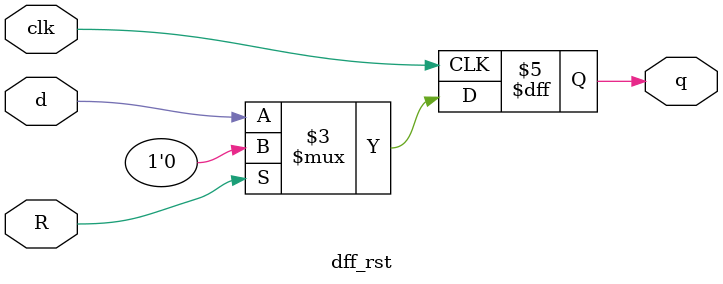
<source format=sv>
module dff_rst(
    input logic clk, d, R,
    output logic q
);
// active high synchronous reset
always_ff @(posedge clk) begin
    if (R)
        q <= 1'b0;
    else
        q <= d;
end

endmodule
</source>
